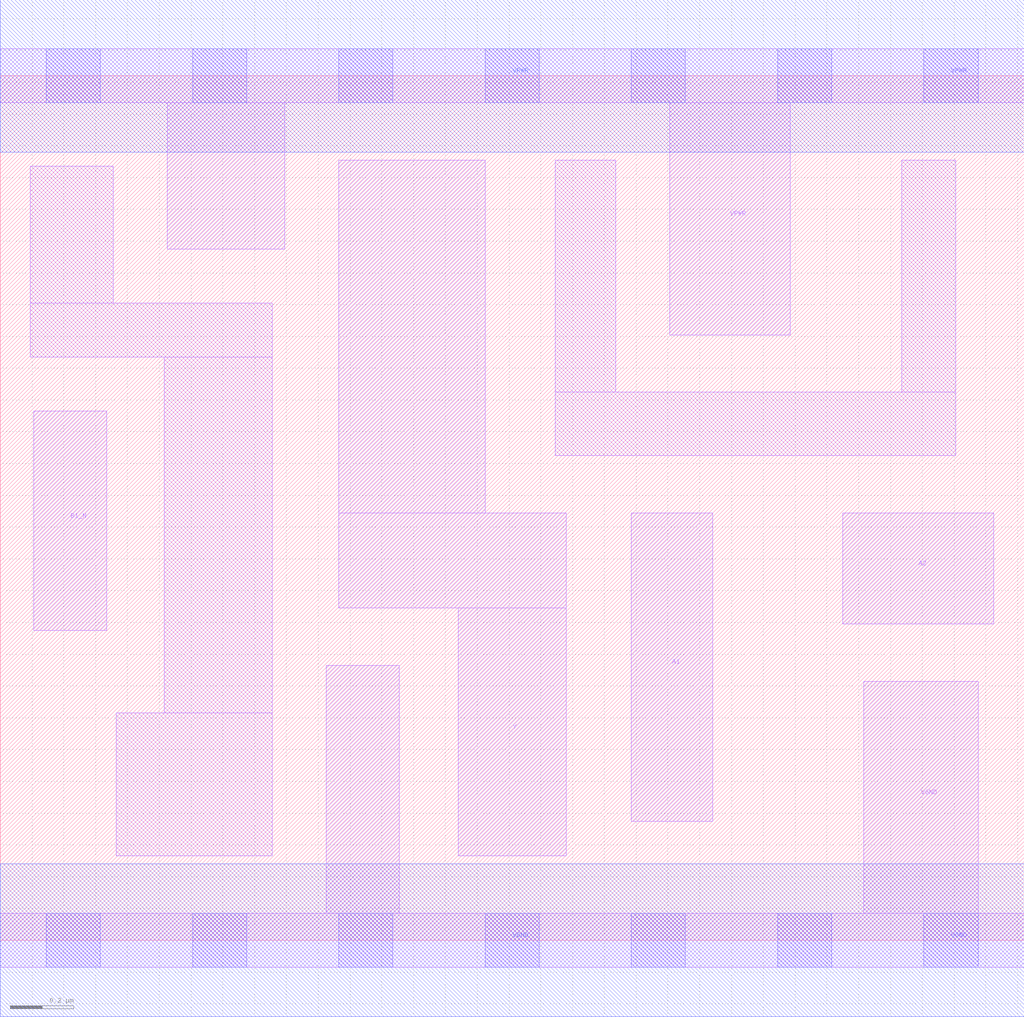
<source format=lef>
# Copyright 2020 The SkyWater PDK Authors
#
# Licensed under the Apache License, Version 2.0 (the "License");
# you may not use this file except in compliance with the License.
# You may obtain a copy of the License at
#
#     https://www.apache.org/licenses/LICENSE-2.0
#
# Unless required by applicable law or agreed to in writing, software
# distributed under the License is distributed on an "AS IS" BASIS,
# WITHOUT WARRANTIES OR CONDITIONS OF ANY KIND, either express or implied.
# See the License for the specific language governing permissions and
# limitations under the License.
#
# SPDX-License-Identifier: Apache-2.0

VERSION 5.7 ;
  NAMESCASESENSITIVE ON ;
  NOWIREEXTENSIONATPIN ON ;
  DIVIDERCHAR "/" ;
  BUSBITCHARS "[]" ;
UNITS
  DATABASE MICRONS 200 ;
END UNITS
PROPERTYDEFINITIONS
  MACRO maskLayoutSubType STRING ;
  MACRO prCellType STRING ;
  MACRO originalViewName STRING ;
END PROPERTYDEFINITIONS
MACRO sky130_fd_sc_hdll__a21boi_1
  CLASS CORE ;
  FOREIGN sky130_fd_sc_hdll__a21boi_1 ;
  ORIGIN  0.000000  0.000000 ;
  SIZE  3.220000 BY  2.720000 ;
  SYMMETRY X Y R90 ;
  SITE unithd ;
  PIN A1
    ANTENNAGATEAREA  0.277500 ;
    DIRECTION INPUT ;
    USE SIGNAL ;
    PORT
      LAYER li1 ;
        RECT 1.985000 0.375000 2.240000 1.345000 ;
    END
  END A1
  PIN A2
    ANTENNAGATEAREA  0.277500 ;
    DIRECTION INPUT ;
    USE SIGNAL ;
    PORT
      LAYER li1 ;
        RECT 2.650000 0.995000 3.125000 1.345000 ;
    END
  END A2
  PIN B1_N
    ANTENNAGATEAREA  0.138600 ;
    DIRECTION INPUT ;
    USE SIGNAL ;
    PORT
      LAYER li1 ;
        RECT 0.105000 0.975000 0.335000 1.665000 ;
    END
  END B1_N
  PIN Y
    ANTENNADIFFAREA  0.676000 ;
    DIRECTION OUTPUT ;
    USE SIGNAL ;
    PORT
      LAYER li1 ;
        RECT 1.065000 1.045000 1.780000 1.345000 ;
        RECT 1.065000 1.345000 1.525000 2.455000 ;
        RECT 1.440000 0.265000 1.780000 1.045000 ;
    END
  END Y
  PIN VGND
    DIRECTION INOUT ;
    USE GROUND ;
    PORT
      LAYER li1 ;
        RECT 0.000000 -0.085000 3.220000 0.085000 ;
        RECT 1.025000  0.085000 1.255000 0.865000 ;
        RECT 2.715000  0.085000 3.075000 0.815000 ;
      LAYER mcon ;
        RECT 0.145000 -0.085000 0.315000 0.085000 ;
        RECT 0.605000 -0.085000 0.775000 0.085000 ;
        RECT 1.065000 -0.085000 1.235000 0.085000 ;
        RECT 1.525000 -0.085000 1.695000 0.085000 ;
        RECT 1.985000 -0.085000 2.155000 0.085000 ;
        RECT 2.445000 -0.085000 2.615000 0.085000 ;
        RECT 2.905000 -0.085000 3.075000 0.085000 ;
      LAYER met1 ;
        RECT 0.000000 -0.240000 3.220000 0.240000 ;
    END
  END VGND
  PIN VPWR
    DIRECTION INOUT ;
    USE POWER ;
    PORT
      LAYER li1 ;
        RECT 0.000000 2.635000 3.220000 2.805000 ;
        RECT 0.525000 2.175000 0.895000 2.635000 ;
        RECT 2.105000 1.905000 2.485000 2.635000 ;
      LAYER mcon ;
        RECT 0.145000 2.635000 0.315000 2.805000 ;
        RECT 0.605000 2.635000 0.775000 2.805000 ;
        RECT 1.065000 2.635000 1.235000 2.805000 ;
        RECT 1.525000 2.635000 1.695000 2.805000 ;
        RECT 1.985000 2.635000 2.155000 2.805000 ;
        RECT 2.445000 2.635000 2.615000 2.805000 ;
        RECT 2.905000 2.635000 3.075000 2.805000 ;
      LAYER met1 ;
        RECT 0.000000 2.480000 3.220000 2.960000 ;
    END
  END VPWR
  OBS
    LAYER li1 ;
      RECT 0.095000 1.835000 0.855000 2.005000 ;
      RECT 0.095000 2.005000 0.355000 2.435000 ;
      RECT 0.365000 0.265000 0.855000 0.715000 ;
      RECT 0.515000 0.715000 0.855000 1.835000 ;
      RECT 1.745000 1.525000 3.005000 1.725000 ;
      RECT 1.745000 1.725000 1.935000 2.455000 ;
      RECT 2.835000 1.725000 3.005000 2.455000 ;
  END
  PROPERTY maskLayoutSubType "abstract" ;
  PROPERTY prCellType "standard" ;
  PROPERTY originalViewName "layout" ;
END sky130_fd_sc_hdll__a21boi_1

</source>
